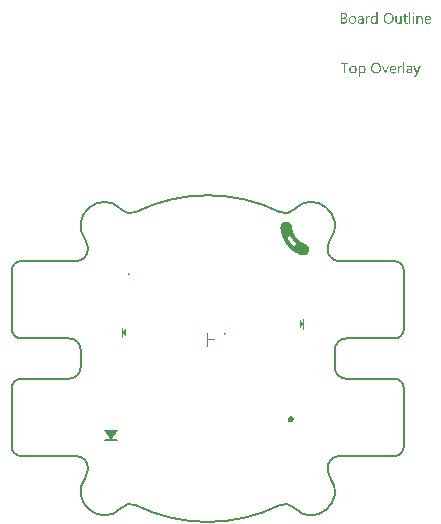
<source format=gto>
G04*
G04 #@! TF.GenerationSoftware,Altium Limited,Altium Designer,21.8.1 (53)*
G04*
G04 Layer_Color=65535*
%FSAX25Y25*%
%MOIN*%
G70*
G04*
G04 #@! TF.SameCoordinates,7A0B2967-6A00-4F57-884A-72BECA2B0823*
G04*
G04*
G04 #@! TF.FilePolarity,Positive*
G04*
G01*
G75*
%ADD10C,0.00591*%
%ADD11C,0.01968*%
%ADD12C,0.00787*%
%ADD13C,0.00394*%
G36*
X0068599Y0167500D02*
X0068624D01*
X0068679Y0167475D01*
X0068710Y0167456D01*
X0068741Y0167432D01*
X0068747Y0167426D01*
X0068754Y0167419D01*
X0068785Y0167382D01*
X0068809Y0167320D01*
X0068815Y0167283D01*
X0068822Y0167246D01*
Y0167240D01*
Y0167227D01*
X0068815Y0167209D01*
X0068809Y0167184D01*
X0068791Y0167122D01*
X0068766Y0167091D01*
X0068741Y0167060D01*
X0068735D01*
X0068729Y0167048D01*
X0068692Y0167023D01*
X0068636Y0166998D01*
X0068599Y0166992D01*
X0068562Y0166986D01*
X0068543D01*
X0068525Y0166992D01*
X0068500D01*
X0068438Y0167017D01*
X0068407Y0167029D01*
X0068376Y0167054D01*
Y0167060D01*
X0068364Y0167066D01*
X0068351Y0167085D01*
X0068339Y0167104D01*
X0068314Y0167166D01*
X0068308Y0167203D01*
X0068302Y0167246D01*
Y0167252D01*
Y0167264D01*
X0068308Y0167283D01*
X0068314Y0167314D01*
X0068333Y0167370D01*
X0068351Y0167401D01*
X0068376Y0167432D01*
X0068382Y0167438D01*
X0068388Y0167444D01*
X0068426Y0167469D01*
X0068487Y0167493D01*
X0068525Y0167506D01*
X0068580D01*
X0068599Y0167500D01*
D02*
G37*
G36*
X0056609Y0163835D02*
X0056207D01*
Y0164256D01*
X0056194D01*
Y0164250D01*
X0056182Y0164238D01*
X0056163Y0164213D01*
X0056145Y0164182D01*
X0056114Y0164145D01*
X0056077Y0164108D01*
X0056033Y0164064D01*
X0055984Y0164021D01*
X0055928Y0163971D01*
X0055860Y0163928D01*
X0055792Y0163891D01*
X0055711Y0163854D01*
X0055631Y0163823D01*
X0055538Y0163798D01*
X0055439Y0163786D01*
X0055334Y0163779D01*
X0055290D01*
X0055253Y0163786D01*
X0055216Y0163792D01*
X0055167Y0163798D01*
X0055061Y0163823D01*
X0054937Y0163860D01*
X0054814Y0163922D01*
X0054746Y0163959D01*
X0054690Y0164002D01*
X0054628Y0164058D01*
X0054572Y0164114D01*
Y0164120D01*
X0054560Y0164132D01*
X0054548Y0164151D01*
X0054529Y0164176D01*
X0054510Y0164207D01*
X0054486Y0164250D01*
X0054461Y0164299D01*
X0054436Y0164355D01*
X0054405Y0164417D01*
X0054380Y0164485D01*
X0054356Y0164559D01*
X0054337Y0164640D01*
X0054318Y0164727D01*
X0054306Y0164826D01*
X0054300Y0164925D01*
X0054294Y0165030D01*
Y0165036D01*
Y0165055D01*
Y0165092D01*
X0054300Y0165135D01*
X0054306Y0165185D01*
X0054312Y0165247D01*
X0054318Y0165315D01*
X0054331Y0165389D01*
X0054368Y0165550D01*
X0054424Y0165717D01*
X0054461Y0165797D01*
X0054504Y0165878D01*
X0054548Y0165952D01*
X0054603Y0166026D01*
X0054610Y0166033D01*
X0054616Y0166045D01*
X0054634Y0166064D01*
X0054659Y0166088D01*
X0054690Y0166113D01*
X0054733Y0166144D01*
X0054777Y0166181D01*
X0054826Y0166218D01*
X0054950Y0166287D01*
X0055092Y0166348D01*
X0055173Y0166367D01*
X0055259Y0166385D01*
X0055346Y0166398D01*
X0055445Y0166404D01*
X0055495D01*
X0055532Y0166398D01*
X0055569Y0166392D01*
X0055618Y0166385D01*
X0055730Y0166355D01*
X0055854Y0166305D01*
X0055915Y0166274D01*
X0055977Y0166231D01*
X0056039Y0166187D01*
X0056095Y0166132D01*
X0056145Y0166070D01*
X0056194Y0165996D01*
X0056207D01*
Y0167555D01*
X0056609D01*
Y0163835D01*
D02*
G37*
G36*
X0070877Y0166398D02*
X0070951Y0166392D01*
X0071044Y0166373D01*
X0071143Y0166342D01*
X0071248Y0166293D01*
X0071353Y0166225D01*
X0071397Y0166187D01*
X0071440Y0166138D01*
X0071452Y0166126D01*
X0071477Y0166088D01*
X0071508Y0166026D01*
X0071552Y0165940D01*
X0071589Y0165835D01*
X0071626Y0165705D01*
X0071650Y0165550D01*
X0071657Y0165370D01*
Y0163835D01*
X0071254D01*
Y0165265D01*
Y0165271D01*
Y0165302D01*
X0071248Y0165339D01*
Y0165389D01*
X0071236Y0165451D01*
X0071223Y0165519D01*
X0071205Y0165593D01*
X0071180Y0165667D01*
X0071149Y0165742D01*
X0071112Y0165810D01*
X0071062Y0165878D01*
X0071007Y0165940D01*
X0070945Y0165989D01*
X0070864Y0166026D01*
X0070778Y0166058D01*
X0070673Y0166064D01*
X0070660D01*
X0070623Y0166058D01*
X0070567Y0166051D01*
X0070499Y0166033D01*
X0070419Y0166008D01*
X0070332Y0165965D01*
X0070252Y0165909D01*
X0070171Y0165835D01*
X0070165Y0165822D01*
X0070140Y0165797D01*
X0070109Y0165748D01*
X0070072Y0165680D01*
X0070035Y0165599D01*
X0070004Y0165500D01*
X0069979Y0165389D01*
X0069973Y0165265D01*
Y0163835D01*
X0069571D01*
Y0166348D01*
X0069973D01*
Y0165928D01*
X0069985D01*
X0069992Y0165934D01*
X0069998Y0165946D01*
X0070016Y0165971D01*
X0070041Y0166002D01*
X0070066Y0166039D01*
X0070103Y0166076D01*
X0070146Y0166119D01*
X0070196Y0166169D01*
X0070252Y0166212D01*
X0070314Y0166255D01*
X0070382Y0166293D01*
X0070456Y0166330D01*
X0070530Y0166361D01*
X0070617Y0166385D01*
X0070710Y0166398D01*
X0070809Y0166404D01*
X0070846D01*
X0070877Y0166398D01*
D02*
G37*
G36*
X0053879Y0166385D02*
X0053953Y0166379D01*
X0053997Y0166367D01*
X0054028Y0166355D01*
Y0165940D01*
X0054021Y0165946D01*
X0054009Y0165952D01*
X0053984Y0165965D01*
X0053953Y0165983D01*
X0053910Y0165996D01*
X0053854Y0166008D01*
X0053792Y0166014D01*
X0053724Y0166020D01*
X0053712D01*
X0053681Y0166014D01*
X0053631Y0166008D01*
X0053576Y0165989D01*
X0053501Y0165958D01*
X0053433Y0165915D01*
X0053359Y0165853D01*
X0053291Y0165773D01*
X0053285Y0165760D01*
X0053266Y0165729D01*
X0053235Y0165674D01*
X0053204Y0165599D01*
X0053173Y0165506D01*
X0053142Y0165389D01*
X0053124Y0165259D01*
X0053118Y0165110D01*
Y0163835D01*
X0052715D01*
Y0166348D01*
X0053118D01*
Y0165828D01*
X0053130D01*
Y0165835D01*
X0053136Y0165841D01*
X0053149Y0165872D01*
X0053167Y0165921D01*
X0053198Y0165983D01*
X0053229Y0166045D01*
X0053279Y0166113D01*
X0053328Y0166181D01*
X0053390Y0166243D01*
X0053396Y0166249D01*
X0053421Y0166268D01*
X0053458Y0166293D01*
X0053508Y0166317D01*
X0053563Y0166342D01*
X0053631Y0166367D01*
X0053706Y0166385D01*
X0053786Y0166392D01*
X0053842D01*
X0053879Y0166385D01*
D02*
G37*
G36*
X0064619Y0163835D02*
X0064216D01*
Y0164231D01*
X0064204D01*
Y0164225D01*
X0064192Y0164213D01*
X0064179Y0164188D01*
X0064154Y0164163D01*
X0064099Y0164089D01*
X0064012Y0164009D01*
X0063963Y0163965D01*
X0063907Y0163922D01*
X0063845Y0163885D01*
X0063771Y0163848D01*
X0063696Y0163823D01*
X0063616Y0163798D01*
X0063523Y0163786D01*
X0063430Y0163779D01*
X0063393D01*
X0063350Y0163786D01*
X0063288Y0163798D01*
X0063220Y0163811D01*
X0063146Y0163835D01*
X0063065Y0163866D01*
X0062985Y0163916D01*
X0062898Y0163971D01*
X0062817Y0164040D01*
X0062743Y0164126D01*
X0062675Y0164231D01*
X0062613Y0164349D01*
X0062570Y0164491D01*
X0062545Y0164658D01*
X0062533Y0164745D01*
Y0164844D01*
Y0166348D01*
X0062929D01*
Y0164906D01*
Y0164900D01*
Y0164875D01*
X0062935Y0164832D01*
X0062941Y0164782D01*
X0062947Y0164720D01*
X0062960Y0164658D01*
X0062978Y0164584D01*
X0063003Y0164510D01*
X0063040Y0164436D01*
X0063077Y0164368D01*
X0063127Y0164299D01*
X0063189Y0164238D01*
X0063257Y0164188D01*
X0063337Y0164151D01*
X0063436Y0164120D01*
X0063542Y0164114D01*
X0063554D01*
X0063591Y0164120D01*
X0063647Y0164126D01*
X0063709Y0164139D01*
X0063789Y0164170D01*
X0063870Y0164207D01*
X0063950Y0164256D01*
X0064024Y0164330D01*
X0064031Y0164343D01*
X0064055Y0164368D01*
X0064086Y0164417D01*
X0064123Y0164485D01*
X0064154Y0164566D01*
X0064185Y0164665D01*
X0064210Y0164776D01*
X0064216Y0164900D01*
Y0166348D01*
X0064619D01*
Y0163835D01*
D02*
G37*
G36*
X0068754D02*
X0068351D01*
Y0166348D01*
X0068754D01*
Y0163835D01*
D02*
G37*
G36*
X0067534D02*
X0067132D01*
Y0167555D01*
X0067534D01*
Y0163835D01*
D02*
G37*
G36*
X0051155Y0166398D02*
X0051211Y0166392D01*
X0051279Y0166373D01*
X0051354Y0166355D01*
X0051434Y0166324D01*
X0051521Y0166287D01*
X0051601Y0166237D01*
X0051682Y0166175D01*
X0051756Y0166101D01*
X0051824Y0166008D01*
X0051880Y0165903D01*
X0051923Y0165779D01*
X0051948Y0165637D01*
X0051960Y0165469D01*
Y0163835D01*
X0051558D01*
Y0164225D01*
X0051545D01*
Y0164219D01*
X0051533Y0164207D01*
X0051521Y0164182D01*
X0051496Y0164157D01*
X0051434Y0164083D01*
X0051354Y0164002D01*
X0051242Y0163922D01*
X0051112Y0163848D01*
X0051032Y0163823D01*
X0050951Y0163798D01*
X0050864Y0163786D01*
X0050772Y0163779D01*
X0050735D01*
X0050710Y0163786D01*
X0050642Y0163792D01*
X0050561Y0163804D01*
X0050462Y0163829D01*
X0050369Y0163860D01*
X0050270Y0163909D01*
X0050184Y0163971D01*
X0050177Y0163984D01*
X0050153Y0164009D01*
X0050116Y0164052D01*
X0050078Y0164114D01*
X0050041Y0164188D01*
X0050004Y0164275D01*
X0049979Y0164380D01*
X0049973Y0164498D01*
Y0164504D01*
Y0164529D01*
X0049979Y0164566D01*
X0049986Y0164609D01*
X0049998Y0164665D01*
X0050016Y0164727D01*
X0050041Y0164795D01*
X0050078Y0164863D01*
X0050122Y0164937D01*
X0050177Y0165011D01*
X0050245Y0165079D01*
X0050326Y0165141D01*
X0050419Y0165203D01*
X0050530Y0165253D01*
X0050654Y0165290D01*
X0050803Y0165321D01*
X0051558Y0165426D01*
Y0165432D01*
Y0165451D01*
X0051552Y0165488D01*
Y0165525D01*
X0051539Y0165575D01*
X0051533Y0165630D01*
X0051496Y0165748D01*
X0051465Y0165804D01*
X0051434Y0165859D01*
X0051391Y0165915D01*
X0051341Y0165965D01*
X0051279Y0166008D01*
X0051211Y0166039D01*
X0051131Y0166058D01*
X0051038Y0166064D01*
X0050994D01*
X0050963Y0166058D01*
X0050920D01*
X0050877Y0166045D01*
X0050766Y0166026D01*
X0050642Y0165989D01*
X0050506Y0165934D01*
X0050431Y0165896D01*
X0050363Y0165859D01*
X0050289Y0165810D01*
X0050221Y0165754D01*
Y0166169D01*
X0050227D01*
X0050239Y0166181D01*
X0050258Y0166194D01*
X0050289Y0166206D01*
X0050320Y0166225D01*
X0050363Y0166243D01*
X0050413Y0166262D01*
X0050468Y0166287D01*
X0050592Y0166330D01*
X0050741Y0166367D01*
X0050902Y0166392D01*
X0051075Y0166404D01*
X0051112D01*
X0051155Y0166398D01*
D02*
G37*
G36*
X0045467Y0167345D02*
X0045510D01*
X0045553Y0167339D01*
X0045652Y0167326D01*
X0045770Y0167296D01*
X0045894Y0167258D01*
X0046011Y0167203D01*
X0046117Y0167128D01*
X0046123D01*
X0046129Y0167116D01*
X0046160Y0167091D01*
X0046203Y0167042D01*
X0046253Y0166974D01*
X0046296Y0166887D01*
X0046340Y0166788D01*
X0046371Y0166676D01*
X0046383Y0166615D01*
Y0166546D01*
Y0166540D01*
Y0166534D01*
Y0166497D01*
X0046377Y0166441D01*
X0046364Y0166373D01*
X0046346Y0166287D01*
X0046315Y0166200D01*
X0046278Y0166113D01*
X0046222Y0166026D01*
X0046216Y0166014D01*
X0046191Y0165989D01*
X0046154Y0165952D01*
X0046104Y0165903D01*
X0046042Y0165853D01*
X0045968Y0165797D01*
X0045875Y0165754D01*
X0045776Y0165711D01*
Y0165705D01*
X0045795D01*
X0045814Y0165698D01*
X0045832Y0165692D01*
X0045900Y0165680D01*
X0045981Y0165655D01*
X0046067Y0165618D01*
X0046160Y0165575D01*
X0046253Y0165513D01*
X0046340Y0165432D01*
X0046352Y0165420D01*
X0046377Y0165389D01*
X0046408Y0165346D01*
X0046451Y0165278D01*
X0046488Y0165191D01*
X0046525Y0165092D01*
X0046550Y0164974D01*
X0046556Y0164844D01*
Y0164838D01*
Y0164826D01*
Y0164801D01*
X0046550Y0164770D01*
X0046544Y0164733D01*
X0046538Y0164690D01*
X0046513Y0164584D01*
X0046476Y0164467D01*
X0046420Y0164343D01*
X0046383Y0164287D01*
X0046340Y0164225D01*
X0046284Y0164170D01*
X0046228Y0164114D01*
X0046222D01*
X0046216Y0164101D01*
X0046197Y0164089D01*
X0046172Y0164070D01*
X0046141Y0164052D01*
X0046098Y0164027D01*
X0046005Y0163978D01*
X0045888Y0163922D01*
X0045752Y0163879D01*
X0045591Y0163848D01*
X0045510Y0163841D01*
X0045417Y0163835D01*
X0044390D01*
Y0167351D01*
X0045436D01*
X0045467Y0167345D01*
D02*
G37*
G36*
X0065962Y0166348D02*
X0066600D01*
Y0166002D01*
X0065962D01*
Y0164584D01*
Y0164572D01*
Y0164541D01*
X0065968Y0164498D01*
X0065974Y0164442D01*
X0065999Y0164324D01*
X0066018Y0164269D01*
X0066049Y0164225D01*
X0066055Y0164219D01*
X0066067Y0164207D01*
X0066086Y0164194D01*
X0066117Y0164176D01*
X0066154Y0164151D01*
X0066203Y0164139D01*
X0066265Y0164126D01*
X0066333Y0164120D01*
X0066358D01*
X0066389Y0164126D01*
X0066426Y0164132D01*
X0066513Y0164157D01*
X0066556Y0164176D01*
X0066600Y0164200D01*
Y0163854D01*
X0066593D01*
X0066575Y0163841D01*
X0066544Y0163835D01*
X0066500Y0163823D01*
X0066445Y0163811D01*
X0066383Y0163798D01*
X0066309Y0163792D01*
X0066222Y0163786D01*
X0066191D01*
X0066160Y0163792D01*
X0066117Y0163798D01*
X0066067Y0163811D01*
X0066011Y0163823D01*
X0065956Y0163848D01*
X0065894Y0163879D01*
X0065832Y0163916D01*
X0065770Y0163965D01*
X0065714Y0164021D01*
X0065665Y0164095D01*
X0065622Y0164176D01*
X0065591Y0164275D01*
X0065566Y0164386D01*
X0065560Y0164516D01*
Y0166002D01*
X0065132D01*
Y0166348D01*
X0065560D01*
Y0166961D01*
X0065962Y0167091D01*
Y0166348D01*
D02*
G37*
G36*
X0073489Y0166398D02*
X0073532Y0166392D01*
X0073576Y0166385D01*
X0073687Y0166367D01*
X0073811Y0166324D01*
X0073935Y0166268D01*
X0073997Y0166231D01*
X0074058Y0166187D01*
X0074114Y0166138D01*
X0074170Y0166082D01*
X0074176Y0166076D01*
X0074182Y0166070D01*
X0074195Y0166051D01*
X0074213Y0166026D01*
X0074232Y0165989D01*
X0074256Y0165952D01*
X0074281Y0165909D01*
X0074306Y0165853D01*
X0074331Y0165791D01*
X0074356Y0165729D01*
X0074380Y0165655D01*
X0074399Y0165575D01*
X0074417Y0165488D01*
X0074430Y0165401D01*
X0074442Y0165302D01*
Y0165197D01*
Y0164987D01*
X0072666D01*
Y0164980D01*
Y0164968D01*
Y0164950D01*
X0072672Y0164918D01*
X0072678Y0164881D01*
Y0164844D01*
X0072697Y0164745D01*
X0072728Y0164646D01*
X0072765Y0164535D01*
X0072820Y0164429D01*
X0072888Y0164337D01*
X0072901Y0164324D01*
X0072926Y0164299D01*
X0072975Y0164269D01*
X0073043Y0164225D01*
X0073130Y0164182D01*
X0073229Y0164151D01*
X0073347Y0164126D01*
X0073483Y0164114D01*
X0073526D01*
X0073557Y0164120D01*
X0073594D01*
X0073637Y0164126D01*
X0073743Y0164151D01*
X0073860Y0164182D01*
X0073990Y0164231D01*
X0074126Y0164299D01*
X0074195Y0164343D01*
X0074263Y0164392D01*
Y0164015D01*
X0074256D01*
X0074250Y0164002D01*
X0074232Y0163996D01*
X0074201Y0163978D01*
X0074170Y0163959D01*
X0074133Y0163941D01*
X0074083Y0163922D01*
X0074034Y0163897D01*
X0073972Y0163872D01*
X0073904Y0163854D01*
X0073755Y0163817D01*
X0073582Y0163792D01*
X0073390Y0163779D01*
X0073340D01*
X0073303Y0163786D01*
X0073260Y0163792D01*
X0073204Y0163798D01*
X0073087Y0163823D01*
X0072950Y0163860D01*
X0072814Y0163922D01*
X0072746Y0163965D01*
X0072678Y0164009D01*
X0072616Y0164058D01*
X0072554Y0164120D01*
X0072548Y0164126D01*
X0072542Y0164139D01*
X0072530Y0164157D01*
X0072505Y0164182D01*
X0072486Y0164219D01*
X0072461Y0164262D01*
X0072430Y0164312D01*
X0072406Y0164368D01*
X0072375Y0164429D01*
X0072350Y0164504D01*
X0072319Y0164584D01*
X0072300Y0164671D01*
X0072282Y0164764D01*
X0072263Y0164863D01*
X0072257Y0164968D01*
X0072251Y0165079D01*
Y0165086D01*
Y0165104D01*
Y0165135D01*
X0072257Y0165179D01*
X0072263Y0165228D01*
X0072269Y0165284D01*
X0072276Y0165352D01*
X0072294Y0165420D01*
X0072331Y0165568D01*
X0072387Y0165729D01*
X0072424Y0165810D01*
X0072474Y0165884D01*
X0072523Y0165965D01*
X0072579Y0166033D01*
X0072585Y0166039D01*
X0072598Y0166051D01*
X0072616Y0166070D01*
X0072641Y0166088D01*
X0072672Y0166119D01*
X0072709Y0166150D01*
X0072759Y0166181D01*
X0072808Y0166218D01*
X0072926Y0166287D01*
X0073068Y0166348D01*
X0073149Y0166367D01*
X0073229Y0166385D01*
X0073316Y0166398D01*
X0073409Y0166404D01*
X0073458D01*
X0073489Y0166398D01*
D02*
G37*
G36*
X0060447Y0167407D02*
X0060509Y0167401D01*
X0060583Y0167388D01*
X0060663Y0167370D01*
X0060750Y0167351D01*
X0060837Y0167326D01*
X0060936Y0167296D01*
X0061028Y0167252D01*
X0061128Y0167203D01*
X0061227Y0167147D01*
X0061319Y0167079D01*
X0061412Y0167005D01*
X0061499Y0166918D01*
X0061505Y0166912D01*
X0061518Y0166893D01*
X0061542Y0166868D01*
X0061567Y0166831D01*
X0061604Y0166782D01*
X0061641Y0166720D01*
X0061678Y0166652D01*
X0061722Y0166577D01*
X0061765Y0166485D01*
X0061802Y0166392D01*
X0061839Y0166287D01*
X0061876Y0166169D01*
X0061901Y0166051D01*
X0061926Y0165921D01*
X0061938Y0165779D01*
X0061945Y0165637D01*
Y0165624D01*
Y0165599D01*
Y0165556D01*
X0061938Y0165494D01*
X0061932Y0165420D01*
X0061920Y0165339D01*
X0061908Y0165247D01*
X0061889Y0165141D01*
X0061864Y0165036D01*
X0061833Y0164925D01*
X0061796Y0164813D01*
X0061753Y0164702D01*
X0061697Y0164584D01*
X0061635Y0164479D01*
X0061567Y0164374D01*
X0061487Y0164275D01*
X0061480Y0164269D01*
X0061468Y0164256D01*
X0061437Y0164231D01*
X0061406Y0164200D01*
X0061357Y0164157D01*
X0061301Y0164120D01*
X0061239Y0164070D01*
X0061165Y0164027D01*
X0061084Y0163984D01*
X0060991Y0163934D01*
X0060892Y0163897D01*
X0060781Y0163860D01*
X0060663Y0163823D01*
X0060540Y0163798D01*
X0060409Y0163786D01*
X0060267Y0163779D01*
X0060236D01*
X0060193Y0163786D01*
X0060143D01*
X0060081Y0163792D01*
X0060007Y0163804D01*
X0059927Y0163823D01*
X0059834Y0163841D01*
X0059741Y0163866D01*
X0059642Y0163897D01*
X0059543Y0163941D01*
X0059444Y0163984D01*
X0059345Y0164040D01*
X0059246Y0164108D01*
X0059153Y0164182D01*
X0059066Y0164269D01*
X0059060Y0164275D01*
X0059048Y0164293D01*
X0059023Y0164318D01*
X0058998Y0164355D01*
X0058961Y0164405D01*
X0058924Y0164467D01*
X0058887Y0164535D01*
X0058843Y0164615D01*
X0058800Y0164702D01*
X0058763Y0164795D01*
X0058726Y0164900D01*
X0058689Y0165017D01*
X0058664Y0165135D01*
X0058639Y0165265D01*
X0058627Y0165408D01*
X0058621Y0165550D01*
Y0165562D01*
Y0165587D01*
X0058627Y0165630D01*
Y0165692D01*
X0058633Y0165760D01*
X0058645Y0165847D01*
X0058658Y0165940D01*
X0058676Y0166039D01*
X0058701Y0166144D01*
X0058732Y0166255D01*
X0058769Y0166367D01*
X0058812Y0166478D01*
X0058868Y0166590D01*
X0058930Y0166701D01*
X0058998Y0166806D01*
X0059079Y0166905D01*
X0059085Y0166912D01*
X0059097Y0166930D01*
X0059128Y0166955D01*
X0059165Y0166986D01*
X0059209Y0167023D01*
X0059264Y0167066D01*
X0059332Y0167110D01*
X0059407Y0167159D01*
X0059493Y0167209D01*
X0059586Y0167252D01*
X0059685Y0167296D01*
X0059797Y0167333D01*
X0059921Y0167364D01*
X0060050Y0167394D01*
X0060187Y0167407D01*
X0060329Y0167413D01*
X0060397D01*
X0060447Y0167407D01*
D02*
G37*
G36*
X0048419Y0166398D02*
X0048463Y0166392D01*
X0048518Y0166385D01*
X0048642Y0166361D01*
X0048785Y0166317D01*
X0048927Y0166255D01*
X0049001Y0166218D01*
X0049069Y0166175D01*
X0049137Y0166119D01*
X0049199Y0166058D01*
X0049206Y0166051D01*
X0049212Y0166039D01*
X0049230Y0166020D01*
X0049249Y0165996D01*
X0049274Y0165958D01*
X0049298Y0165915D01*
X0049329Y0165866D01*
X0049360Y0165810D01*
X0049385Y0165742D01*
X0049416Y0165674D01*
X0049441Y0165593D01*
X0049466Y0165506D01*
X0049484Y0165414D01*
X0049503Y0165315D01*
X0049509Y0165209D01*
X0049515Y0165098D01*
Y0165092D01*
Y0165073D01*
Y0165042D01*
X0049509Y0164999D01*
X0049503Y0164950D01*
X0049496Y0164888D01*
X0049484Y0164826D01*
X0049472Y0164751D01*
X0049435Y0164603D01*
X0049373Y0164442D01*
X0049336Y0164361D01*
X0049286Y0164281D01*
X0049237Y0164207D01*
X0049175Y0164139D01*
X0049168Y0164132D01*
X0049156Y0164126D01*
X0049137Y0164108D01*
X0049113Y0164083D01*
X0049076Y0164058D01*
X0049038Y0164027D01*
X0048989Y0163990D01*
X0048933Y0163959D01*
X0048871Y0163928D01*
X0048803Y0163891D01*
X0048729Y0163860D01*
X0048649Y0163835D01*
X0048562Y0163811D01*
X0048469Y0163798D01*
X0048370Y0163786D01*
X0048265Y0163779D01*
X0048209D01*
X0048172Y0163786D01*
X0048129Y0163792D01*
X0048073Y0163798D01*
X0048011Y0163811D01*
X0047943Y0163823D01*
X0047800Y0163866D01*
X0047652Y0163928D01*
X0047578Y0163965D01*
X0047510Y0164015D01*
X0047441Y0164064D01*
X0047373Y0164126D01*
X0047367Y0164132D01*
X0047361Y0164145D01*
X0047342Y0164163D01*
X0047324Y0164188D01*
X0047299Y0164225D01*
X0047268Y0164269D01*
X0047237Y0164318D01*
X0047212Y0164374D01*
X0047181Y0164442D01*
X0047150Y0164510D01*
X0047120Y0164584D01*
X0047095Y0164671D01*
X0047058Y0164857D01*
X0047052Y0164956D01*
X0047045Y0165061D01*
Y0165067D01*
Y0165092D01*
Y0165123D01*
X0047052Y0165166D01*
X0047058Y0165216D01*
X0047064Y0165278D01*
X0047076Y0165346D01*
X0047089Y0165420D01*
X0047126Y0165581D01*
X0047188Y0165742D01*
X0047231Y0165822D01*
X0047274Y0165903D01*
X0047324Y0165977D01*
X0047386Y0166045D01*
X0047392Y0166051D01*
X0047404Y0166064D01*
X0047423Y0166076D01*
X0047448Y0166101D01*
X0047485Y0166126D01*
X0047528Y0166156D01*
X0047578Y0166194D01*
X0047633Y0166225D01*
X0047695Y0166255D01*
X0047769Y0166293D01*
X0047844Y0166324D01*
X0047930Y0166348D01*
X0048017Y0166373D01*
X0048116Y0166392D01*
X0048221Y0166398D01*
X0048327Y0166404D01*
X0048382D01*
X0048419Y0166398D01*
D02*
G37*
G36*
X0051632Y0149808D02*
X0051675Y0149802D01*
X0051719Y0149796D01*
X0051830Y0149771D01*
X0051954Y0149734D01*
X0052078Y0149672D01*
X0052140Y0149635D01*
X0052201Y0149585D01*
X0052257Y0149536D01*
X0052313Y0149474D01*
X0052319Y0149468D01*
X0052325Y0149461D01*
X0052338Y0149437D01*
X0052356Y0149412D01*
X0052375Y0149381D01*
X0052400Y0149337D01*
X0052424Y0149288D01*
X0052449Y0149239D01*
X0052474Y0149177D01*
X0052499Y0149109D01*
X0052523Y0149034D01*
X0052542Y0148954D01*
X0052573Y0148774D01*
X0052585Y0148675D01*
Y0148570D01*
Y0148564D01*
Y0148545D01*
Y0148508D01*
X0052579Y0148465D01*
Y0148415D01*
X0052567Y0148353D01*
X0052561Y0148285D01*
X0052548Y0148211D01*
X0052511Y0148050D01*
X0052455Y0147883D01*
X0052418Y0147802D01*
X0052381Y0147722D01*
X0052332Y0147642D01*
X0052276Y0147567D01*
X0052270Y0147561D01*
X0052263Y0147549D01*
X0052245Y0147530D01*
X0052220Y0147511D01*
X0052189Y0147480D01*
X0052152Y0147450D01*
X0052109Y0147412D01*
X0052059Y0147381D01*
X0052004Y0147344D01*
X0051942Y0147307D01*
X0051793Y0147251D01*
X0051713Y0147227D01*
X0051632Y0147208D01*
X0051539Y0147196D01*
X0051440Y0147190D01*
X0051391D01*
X0051360Y0147196D01*
X0051316Y0147202D01*
X0051273Y0147214D01*
X0051162Y0147239D01*
X0051044Y0147289D01*
X0050976Y0147326D01*
X0050914Y0147363D01*
X0050852Y0147412D01*
X0050796Y0147468D01*
X0050735Y0147530D01*
X0050685Y0147604D01*
X0050673D01*
Y0146094D01*
X0050270D01*
Y0149758D01*
X0050673D01*
Y0149313D01*
X0050685D01*
X0050691Y0149319D01*
X0050697Y0149337D01*
X0050716Y0149362D01*
X0050741Y0149393D01*
X0050772Y0149430D01*
X0050809Y0149474D01*
X0050852Y0149517D01*
X0050908Y0149566D01*
X0050963Y0149610D01*
X0051025Y0149653D01*
X0051100Y0149697D01*
X0051174Y0149734D01*
X0051261Y0149771D01*
X0051354Y0149796D01*
X0051446Y0149808D01*
X0051552Y0149814D01*
X0051601D01*
X0051632Y0149808D01*
D02*
G37*
G36*
X0064588Y0149796D02*
X0064662Y0149789D01*
X0064705Y0149777D01*
X0064736Y0149765D01*
Y0149350D01*
X0064730Y0149356D01*
X0064718Y0149362D01*
X0064693Y0149375D01*
X0064662Y0149393D01*
X0064619Y0149406D01*
X0064563Y0149418D01*
X0064501Y0149424D01*
X0064433Y0149430D01*
X0064421D01*
X0064390Y0149424D01*
X0064340Y0149418D01*
X0064284Y0149399D01*
X0064210Y0149369D01*
X0064142Y0149325D01*
X0064068Y0149263D01*
X0064000Y0149183D01*
X0063994Y0149170D01*
X0063975Y0149139D01*
X0063944Y0149084D01*
X0063913Y0149009D01*
X0063882Y0148917D01*
X0063851Y0148799D01*
X0063833Y0148669D01*
X0063826Y0148520D01*
Y0147245D01*
X0063424D01*
Y0149758D01*
X0063826D01*
Y0149239D01*
X0063839D01*
Y0149245D01*
X0063845Y0149251D01*
X0063857Y0149282D01*
X0063876Y0149331D01*
X0063907Y0149393D01*
X0063938Y0149455D01*
X0063987Y0149523D01*
X0064037Y0149591D01*
X0064099Y0149653D01*
X0064105Y0149659D01*
X0064130Y0149678D01*
X0064167Y0149703D01*
X0064216Y0149727D01*
X0064272Y0149752D01*
X0064340Y0149777D01*
X0064414Y0149796D01*
X0064495Y0149802D01*
X0064551D01*
X0064588Y0149796D01*
D02*
G37*
G36*
X0069793Y0146843D02*
X0069787Y0146837D01*
X0069781Y0146812D01*
X0069763Y0146769D01*
X0069738Y0146719D01*
X0069707Y0146663D01*
X0069664Y0146595D01*
X0069620Y0146527D01*
X0069571Y0146453D01*
X0069509Y0146379D01*
X0069447Y0146311D01*
X0069373Y0146242D01*
X0069292Y0146187D01*
X0069212Y0146137D01*
X0069119Y0146094D01*
X0069026Y0146069D01*
X0068921Y0146063D01*
X0068865D01*
X0068828Y0146069D01*
X0068747Y0146082D01*
X0068661Y0146100D01*
Y0146459D01*
X0068667D01*
X0068686Y0146453D01*
X0068710Y0146447D01*
X0068741Y0146441D01*
X0068815Y0146422D01*
X0068896Y0146416D01*
X0068908D01*
X0068945Y0146422D01*
X0069001Y0146434D01*
X0069069Y0146459D01*
X0069144Y0146502D01*
X0069181Y0146533D01*
X0069218Y0146571D01*
X0069255Y0146608D01*
X0069292Y0146657D01*
X0069323Y0146713D01*
X0069354Y0146775D01*
X0069558Y0147245D01*
X0068574Y0149758D01*
X0069020D01*
X0069701Y0147821D01*
Y0147815D01*
X0069707Y0147802D01*
X0069713Y0147784D01*
X0069719Y0147759D01*
X0069725Y0147722D01*
X0069738Y0147685D01*
X0069750Y0147629D01*
X0069769D01*
Y0147642D01*
X0069781Y0147679D01*
X0069793Y0147734D01*
X0069818Y0147815D01*
X0070530Y0149758D01*
X0070945D01*
X0069793Y0146843D01*
D02*
G37*
G36*
X0059363Y0147245D02*
X0058967D01*
X0058014Y0149758D01*
X0058453D01*
X0059097Y0147932D01*
X0059103Y0147926D01*
X0059110Y0147901D01*
X0059122Y0147858D01*
X0059134Y0147815D01*
X0059147Y0147759D01*
X0059165Y0147697D01*
X0059184Y0147580D01*
X0059190D01*
Y0147586D01*
X0059196Y0147610D01*
X0059202Y0147648D01*
X0059209Y0147691D01*
X0059221Y0147747D01*
X0059233Y0147802D01*
X0059271Y0147920D01*
X0059939Y0149758D01*
X0060360D01*
X0059363Y0147245D01*
D02*
G37*
G36*
X0067386Y0149808D02*
X0067441Y0149802D01*
X0067509Y0149783D01*
X0067584Y0149765D01*
X0067664Y0149734D01*
X0067751Y0149697D01*
X0067831Y0149647D01*
X0067912Y0149585D01*
X0067986Y0149511D01*
X0068054Y0149418D01*
X0068110Y0149313D01*
X0068153Y0149189D01*
X0068178Y0149047D01*
X0068190Y0148879D01*
Y0147245D01*
X0067788D01*
Y0147635D01*
X0067776D01*
Y0147629D01*
X0067763Y0147617D01*
X0067751Y0147592D01*
X0067726Y0147567D01*
X0067664Y0147493D01*
X0067584Y0147412D01*
X0067472Y0147332D01*
X0067342Y0147258D01*
X0067262Y0147233D01*
X0067181Y0147208D01*
X0067095Y0147196D01*
X0067002Y0147190D01*
X0066965D01*
X0066940Y0147196D01*
X0066872Y0147202D01*
X0066791Y0147214D01*
X0066692Y0147239D01*
X0066600Y0147270D01*
X0066500Y0147320D01*
X0066414Y0147381D01*
X0066408Y0147394D01*
X0066383Y0147419D01*
X0066346Y0147462D01*
X0066309Y0147524D01*
X0066271Y0147598D01*
X0066234Y0147685D01*
X0066210Y0147790D01*
X0066203Y0147908D01*
Y0147914D01*
Y0147939D01*
X0066210Y0147976D01*
X0066216Y0148019D01*
X0066228Y0148075D01*
X0066247Y0148137D01*
X0066271Y0148205D01*
X0066309Y0148273D01*
X0066352Y0148347D01*
X0066408Y0148421D01*
X0066476Y0148489D01*
X0066556Y0148551D01*
X0066649Y0148613D01*
X0066760Y0148663D01*
X0066884Y0148700D01*
X0067033Y0148731D01*
X0067788Y0148836D01*
Y0148842D01*
Y0148861D01*
X0067782Y0148898D01*
Y0148935D01*
X0067769Y0148985D01*
X0067763Y0149040D01*
X0067726Y0149158D01*
X0067695Y0149214D01*
X0067664Y0149269D01*
X0067621Y0149325D01*
X0067571Y0149375D01*
X0067509Y0149418D01*
X0067441Y0149449D01*
X0067361Y0149468D01*
X0067268Y0149474D01*
X0067225D01*
X0067194Y0149468D01*
X0067150D01*
X0067107Y0149455D01*
X0066996Y0149437D01*
X0066872Y0149399D01*
X0066736Y0149344D01*
X0066661Y0149307D01*
X0066593Y0149269D01*
X0066519Y0149220D01*
X0066451Y0149164D01*
Y0149579D01*
X0066457D01*
X0066470Y0149591D01*
X0066488Y0149604D01*
X0066519Y0149616D01*
X0066550Y0149635D01*
X0066593Y0149653D01*
X0066643Y0149672D01*
X0066698Y0149697D01*
X0066822Y0149740D01*
X0066971Y0149777D01*
X0067132Y0149802D01*
X0067305Y0149814D01*
X0067342D01*
X0067386Y0149808D01*
D02*
G37*
G36*
X0065572Y0147245D02*
X0065170D01*
Y0150965D01*
X0065572D01*
Y0147245D01*
D02*
G37*
G36*
X0046829Y0150390D02*
X0045814D01*
Y0147245D01*
X0045405D01*
Y0150390D01*
X0044390D01*
Y0150761D01*
X0046829D01*
Y0150390D01*
D02*
G37*
G36*
X0061864Y0149808D02*
X0061908Y0149802D01*
X0061951Y0149796D01*
X0062062Y0149777D01*
X0062186Y0149734D01*
X0062310Y0149678D01*
X0062372Y0149641D01*
X0062434Y0149598D01*
X0062489Y0149548D01*
X0062545Y0149492D01*
X0062551Y0149486D01*
X0062557Y0149480D01*
X0062570Y0149461D01*
X0062588Y0149437D01*
X0062607Y0149399D01*
X0062632Y0149362D01*
X0062656Y0149319D01*
X0062681Y0149263D01*
X0062706Y0149201D01*
X0062731Y0149139D01*
X0062756Y0149065D01*
X0062774Y0148985D01*
X0062793Y0148898D01*
X0062805Y0148811D01*
X0062817Y0148712D01*
Y0148607D01*
Y0148397D01*
X0061041D01*
Y0148390D01*
Y0148378D01*
Y0148360D01*
X0061047Y0148328D01*
X0061053Y0148291D01*
Y0148254D01*
X0061072Y0148155D01*
X0061103Y0148056D01*
X0061140Y0147945D01*
X0061196Y0147839D01*
X0061264Y0147747D01*
X0061276Y0147734D01*
X0061301Y0147710D01*
X0061350Y0147679D01*
X0061418Y0147635D01*
X0061505Y0147592D01*
X0061604Y0147561D01*
X0061722Y0147536D01*
X0061858Y0147524D01*
X0061901D01*
X0061932Y0147530D01*
X0061969D01*
X0062013Y0147536D01*
X0062118Y0147561D01*
X0062235Y0147592D01*
X0062366Y0147642D01*
X0062502Y0147710D01*
X0062570Y0147753D01*
X0062638Y0147802D01*
Y0147425D01*
X0062632D01*
X0062625Y0147412D01*
X0062607Y0147406D01*
X0062576Y0147388D01*
X0062545Y0147369D01*
X0062508Y0147351D01*
X0062458Y0147332D01*
X0062409Y0147307D01*
X0062347Y0147282D01*
X0062279Y0147264D01*
X0062130Y0147227D01*
X0061957Y0147202D01*
X0061765Y0147190D01*
X0061716D01*
X0061678Y0147196D01*
X0061635Y0147202D01*
X0061579Y0147208D01*
X0061462Y0147233D01*
X0061326Y0147270D01*
X0061189Y0147332D01*
X0061121Y0147375D01*
X0061053Y0147419D01*
X0060991Y0147468D01*
X0060929Y0147530D01*
X0060923Y0147536D01*
X0060917Y0147549D01*
X0060905Y0147567D01*
X0060880Y0147592D01*
X0060861Y0147629D01*
X0060837Y0147672D01*
X0060806Y0147722D01*
X0060781Y0147778D01*
X0060750Y0147839D01*
X0060725Y0147914D01*
X0060694Y0147994D01*
X0060676Y0148081D01*
X0060657Y0148174D01*
X0060638Y0148273D01*
X0060632Y0148378D01*
X0060626Y0148489D01*
Y0148496D01*
Y0148514D01*
Y0148545D01*
X0060632Y0148589D01*
X0060638Y0148638D01*
X0060645Y0148694D01*
X0060651Y0148762D01*
X0060669Y0148830D01*
X0060707Y0148978D01*
X0060762Y0149139D01*
X0060799Y0149220D01*
X0060849Y0149294D01*
X0060899Y0149375D01*
X0060954Y0149443D01*
X0060960Y0149449D01*
X0060973Y0149461D01*
X0060991Y0149480D01*
X0061016Y0149498D01*
X0061047Y0149529D01*
X0061084Y0149560D01*
X0061134Y0149591D01*
X0061183Y0149628D01*
X0061301Y0149697D01*
X0061443Y0149758D01*
X0061524Y0149777D01*
X0061604Y0149796D01*
X0061691Y0149808D01*
X0061784Y0149814D01*
X0061833D01*
X0061864Y0149808D01*
D02*
G37*
G36*
X0056250Y0150817D02*
X0056312Y0150811D01*
X0056386Y0150798D01*
X0056466Y0150780D01*
X0056553Y0150761D01*
X0056640Y0150736D01*
X0056739Y0150706D01*
X0056832Y0150662D01*
X0056931Y0150613D01*
X0057030Y0150557D01*
X0057123Y0150489D01*
X0057215Y0150415D01*
X0057302Y0150328D01*
X0057308Y0150322D01*
X0057321Y0150303D01*
X0057345Y0150278D01*
X0057370Y0150241D01*
X0057407Y0150192D01*
X0057445Y0150130D01*
X0057482Y0150062D01*
X0057525Y0149987D01*
X0057568Y0149895D01*
X0057605Y0149802D01*
X0057643Y0149697D01*
X0057680Y0149579D01*
X0057704Y0149461D01*
X0057729Y0149331D01*
X0057742Y0149189D01*
X0057748Y0149047D01*
Y0149034D01*
Y0149009D01*
Y0148966D01*
X0057742Y0148904D01*
X0057735Y0148830D01*
X0057723Y0148749D01*
X0057711Y0148657D01*
X0057692Y0148551D01*
X0057667Y0148446D01*
X0057636Y0148335D01*
X0057599Y0148223D01*
X0057556Y0148112D01*
X0057500Y0147994D01*
X0057438Y0147889D01*
X0057370Y0147784D01*
X0057290Y0147685D01*
X0057284Y0147679D01*
X0057271Y0147666D01*
X0057240Y0147642D01*
X0057209Y0147610D01*
X0057160Y0147567D01*
X0057104Y0147530D01*
X0057042Y0147480D01*
X0056968Y0147437D01*
X0056887Y0147394D01*
X0056795Y0147344D01*
X0056695Y0147307D01*
X0056584Y0147270D01*
X0056466Y0147233D01*
X0056343Y0147208D01*
X0056213Y0147196D01*
X0056070Y0147190D01*
X0056039D01*
X0055996Y0147196D01*
X0055946D01*
X0055885Y0147202D01*
X0055810Y0147214D01*
X0055730Y0147233D01*
X0055637Y0147251D01*
X0055544Y0147276D01*
X0055445Y0147307D01*
X0055346Y0147351D01*
X0055247Y0147394D01*
X0055148Y0147450D01*
X0055049Y0147518D01*
X0054956Y0147592D01*
X0054869Y0147679D01*
X0054863Y0147685D01*
X0054851Y0147703D01*
X0054826Y0147728D01*
X0054801Y0147765D01*
X0054764Y0147815D01*
X0054727Y0147877D01*
X0054690Y0147945D01*
X0054647Y0148025D01*
X0054603Y0148112D01*
X0054566Y0148205D01*
X0054529Y0148310D01*
X0054492Y0148428D01*
X0054467Y0148545D01*
X0054442Y0148675D01*
X0054430Y0148818D01*
X0054424Y0148960D01*
Y0148972D01*
Y0148997D01*
X0054430Y0149040D01*
Y0149102D01*
X0054436Y0149170D01*
X0054448Y0149257D01*
X0054461Y0149350D01*
X0054479Y0149449D01*
X0054504Y0149554D01*
X0054535Y0149666D01*
X0054572Y0149777D01*
X0054616Y0149888D01*
X0054671Y0150000D01*
X0054733Y0150111D01*
X0054801Y0150216D01*
X0054882Y0150315D01*
X0054888Y0150322D01*
X0054900Y0150340D01*
X0054931Y0150365D01*
X0054969Y0150396D01*
X0055012Y0150433D01*
X0055067Y0150477D01*
X0055136Y0150520D01*
X0055210Y0150569D01*
X0055296Y0150619D01*
X0055389Y0150662D01*
X0055488Y0150706D01*
X0055600Y0150743D01*
X0055724Y0150774D01*
X0055854Y0150804D01*
X0055990Y0150817D01*
X0056132Y0150823D01*
X0056200D01*
X0056250Y0150817D01*
D02*
G37*
G36*
X0048531Y0149808D02*
X0048574Y0149802D01*
X0048630Y0149796D01*
X0048754Y0149771D01*
X0048896Y0149727D01*
X0049038Y0149666D01*
X0049113Y0149628D01*
X0049181Y0149585D01*
X0049249Y0149529D01*
X0049311Y0149468D01*
X0049317Y0149461D01*
X0049323Y0149449D01*
X0049342Y0149430D01*
X0049360Y0149406D01*
X0049385Y0149369D01*
X0049410Y0149325D01*
X0049441Y0149276D01*
X0049472Y0149220D01*
X0049496Y0149152D01*
X0049527Y0149084D01*
X0049552Y0149003D01*
X0049577Y0148917D01*
X0049595Y0148824D01*
X0049614Y0148725D01*
X0049620Y0148619D01*
X0049626Y0148508D01*
Y0148502D01*
Y0148483D01*
Y0148452D01*
X0049620Y0148409D01*
X0049614Y0148360D01*
X0049608Y0148298D01*
X0049595Y0148236D01*
X0049583Y0148161D01*
X0049546Y0148013D01*
X0049484Y0147852D01*
X0049447Y0147771D01*
X0049398Y0147691D01*
X0049348Y0147617D01*
X0049286Y0147549D01*
X0049280Y0147542D01*
X0049268Y0147536D01*
X0049249Y0147518D01*
X0049224Y0147493D01*
X0049187Y0147468D01*
X0049150Y0147437D01*
X0049100Y0147400D01*
X0049045Y0147369D01*
X0048983Y0147338D01*
X0048915Y0147301D01*
X0048840Y0147270D01*
X0048760Y0147245D01*
X0048673Y0147221D01*
X0048580Y0147208D01*
X0048481Y0147196D01*
X0048376Y0147190D01*
X0048320D01*
X0048283Y0147196D01*
X0048240Y0147202D01*
X0048184Y0147208D01*
X0048122Y0147221D01*
X0048054Y0147233D01*
X0047912Y0147276D01*
X0047763Y0147338D01*
X0047689Y0147375D01*
X0047621Y0147425D01*
X0047553Y0147474D01*
X0047485Y0147536D01*
X0047479Y0147542D01*
X0047472Y0147555D01*
X0047454Y0147573D01*
X0047435Y0147598D01*
X0047411Y0147635D01*
X0047379Y0147679D01*
X0047349Y0147728D01*
X0047324Y0147784D01*
X0047293Y0147852D01*
X0047262Y0147920D01*
X0047231Y0147994D01*
X0047206Y0148081D01*
X0047169Y0148267D01*
X0047163Y0148366D01*
X0047157Y0148471D01*
Y0148477D01*
Y0148502D01*
Y0148533D01*
X0047163Y0148576D01*
X0047169Y0148626D01*
X0047175Y0148688D01*
X0047188Y0148756D01*
X0047200Y0148830D01*
X0047237Y0148991D01*
X0047299Y0149152D01*
X0047342Y0149232D01*
X0047386Y0149313D01*
X0047435Y0149387D01*
X0047497Y0149455D01*
X0047503Y0149461D01*
X0047516Y0149474D01*
X0047534Y0149486D01*
X0047559Y0149511D01*
X0047596Y0149536D01*
X0047640Y0149566D01*
X0047689Y0149604D01*
X0047745Y0149635D01*
X0047807Y0149666D01*
X0047881Y0149703D01*
X0047955Y0149734D01*
X0048042Y0149758D01*
X0048129Y0149783D01*
X0048228Y0149802D01*
X0048333Y0149808D01*
X0048438Y0149814D01*
X0048494D01*
X0048531Y0149808D01*
D02*
G37*
G36*
X0026291Y0097803D02*
X0026408Y0097792D01*
X0026524Y0097773D01*
X0026638Y0097747D01*
X0026751Y0097714D01*
X0026862Y0097675D01*
X0026970Y0097629D01*
X0027075Y0097576D01*
X0027176Y0097518D01*
X0027274Y0097453D01*
X0027368Y0097382D01*
X0027457Y0097306D01*
X0027542Y0097225D01*
X0027622Y0097139D01*
X0027696Y0097048D01*
X0027765Y0096953D01*
X0027827Y0096853D01*
X0027884Y0096751D01*
X0027934Y0096645D01*
X0027978Y0096536D01*
X0028015Y0096424D01*
X0028046Y0096311D01*
X0028069Y0096196D01*
X0028086Y0096080D01*
X0028087Y0096063D01*
X0028087Y0096063D01*
X0028110Y0095864D01*
X0028143Y0095641D01*
X0028184Y0095418D01*
X0028231Y0095197D01*
X0028286Y0094977D01*
X0028348Y0094760D01*
X0028418Y0094544D01*
X0028494Y0094331D01*
X0028577Y0094121D01*
X0028667Y0093913D01*
X0028764Y0093708D01*
X0028867Y0093507D01*
X0028977Y0093309D01*
X0029094Y0093115D01*
X0029216Y0092925D01*
X0029345Y0092739D01*
X0029480Y0092557D01*
X0029621Y0092380D01*
X0029767Y0092207D01*
X0029919Y0092040D01*
X0030076Y0091877D01*
X0030239Y0091720D01*
X0030407Y0091568D01*
X0030579Y0091421D01*
X0030756Y0091281D01*
X0030938Y0091146D01*
X0031124Y0091017D01*
X0031315Y0090894D01*
X0031509Y0090778D01*
X0031706Y0090668D01*
X0031908Y0090565D01*
X0032112Y0090468D01*
X0032320Y0090378D01*
X0032527Y0090296D01*
X0032527Y0090296D01*
X0032550Y0090288D01*
X0032658Y0090242D01*
X0032763Y0090190D01*
X0032864Y0090131D01*
X0032962Y0090066D01*
X0033056Y0089996D01*
X0033145Y0089920D01*
X0033230Y0089838D01*
X0033310Y0089752D01*
X0033384Y0089661D01*
X0033453Y0089566D01*
X0033515Y0089467D01*
X0033572Y0089364D01*
X0033622Y0089258D01*
X0033666Y0089149D01*
X0033703Y0089038D01*
X0033734Y0088924D01*
X0033757Y0088809D01*
X0033774Y0088693D01*
X0033783Y0088576D01*
X0033786Y0088459D01*
X0033781Y0088341D01*
X0033769Y0088224D01*
X0033750Y0088108D01*
X0033724Y0087994D01*
X0033692Y0087881D01*
X0033652Y0087771D01*
X0033606Y0087663D01*
X0033554Y0087558D01*
X0033495Y0087456D01*
X0033430Y0087358D01*
X0033360Y0087264D01*
X0033284Y0087175D01*
X0033202Y0087090D01*
X0033116Y0087011D01*
X0033025Y0086936D01*
X0032930Y0086868D01*
X0032831Y0086805D01*
X0032728Y0086748D01*
X0032622Y0086698D01*
X0032513Y0086654D01*
X0032402Y0086617D01*
X0032288Y0086586D01*
X0032173Y0086563D01*
X0032057Y0086547D01*
X0031940Y0086537D01*
X0031823Y0086535D01*
X0031705Y0086540D01*
X0031589Y0086551D01*
X0031473Y0086570D01*
X0031358Y0086596D01*
X0031245Y0086629D01*
X0031157Y0086660D01*
X0031157Y0086660D01*
X0031014Y0086715D01*
X0030743Y0086825D01*
X0030475Y0086943D01*
X0030211Y0087068D01*
X0029950Y0087201D01*
X0029693Y0087340D01*
X0029439Y0087486D01*
X0029190Y0087640D01*
X0028945Y0087799D01*
X0028704Y0087966D01*
X0028468Y0088139D01*
X0028237Y0088318D01*
X0028011Y0088503D01*
X0027790Y0088694D01*
X0027573Y0088892D01*
X0027363Y0089095D01*
X0027158Y0089303D01*
X0026959Y0089518D01*
X0026765Y0089737D01*
X0026578Y0089962D01*
X0026397Y0090191D01*
X0026222Y0090426D01*
X0026053Y0090665D01*
X0025891Y0090909D01*
X0025736Y0091157D01*
X0025587Y0091408D01*
X0025446Y0091664D01*
X0025311Y0091924D01*
X0025184Y0092187D01*
X0025063Y0092454D01*
X0024950Y0092724D01*
X0024844Y0092996D01*
X0024746Y0093272D01*
X0024655Y0093550D01*
X0024572Y0093830D01*
X0024496Y0094113D01*
X0024428Y0094397D01*
X0024367Y0094684D01*
X0024315Y0094972D01*
X0024270Y0095261D01*
X0024233Y0095551D01*
X0024222Y0095667D01*
X0024221Y0095667D01*
X0024213Y0095767D01*
X0024211Y0095884D01*
X0024216Y0096002D01*
X0024227Y0096118D01*
X0024246Y0096234D01*
X0024272Y0096349D01*
X0024305Y0096462D01*
X0024344Y0096572D01*
X0024390Y0096680D01*
X0024443Y0096785D01*
X0024501Y0096887D01*
X0024566Y0096985D01*
X0024637Y0097079D01*
X0024713Y0097168D01*
X0024794Y0097253D01*
X0024880Y0097332D01*
X0024971Y0097407D01*
X0025066Y0097475D01*
X0025166Y0097538D01*
X0025269Y0097595D01*
X0025374Y0097645D01*
X0025483Y0097689D01*
X0025595Y0097726D01*
X0025708Y0097756D01*
X0025823Y0097780D01*
X0025939Y0097796D01*
X0026056Y0097806D01*
X0026174Y0097808D01*
X0026291Y0097803D01*
D02*
G37*
G36*
X-0025984Y0080463D02*
Y0080020D01*
X-0026673D01*
Y0081152D01*
X-0025984Y0080463D01*
D02*
G37*
G36*
X0031791Y0063769D02*
X0030610Y0062195D01*
Y0065344D01*
X0031791Y0063769D01*
D02*
G37*
G36*
X-0027362Y0059350D02*
X-0028543Y0060925D01*
X-0027362Y0062500D01*
Y0059350D01*
D02*
G37*
G36*
X0000197Y0058682D02*
X0002559D01*
Y0058289D01*
X0000197Y0058288D01*
X0000197Y0056123D01*
X-0000295Y0056123D01*
Y0060847D01*
X0000197D01*
Y0058682D01*
D02*
G37*
G36*
X-0032283Y0025173D02*
X-0034646Y0028323D01*
X-0029921D01*
X-0032283Y0025173D01*
D02*
G37*
%LPC*%
G36*
X0055495Y0166064D02*
X0055458D01*
X0055433Y0166058D01*
X0055365Y0166051D01*
X0055284Y0166033D01*
X0055191Y0165996D01*
X0055092Y0165946D01*
X0054999Y0165884D01*
X0054956Y0165841D01*
X0054913Y0165791D01*
X0054907Y0165779D01*
X0054882Y0165742D01*
X0054845Y0165680D01*
X0054808Y0165599D01*
X0054770Y0165494D01*
X0054733Y0165364D01*
X0054708Y0165216D01*
X0054702Y0165049D01*
Y0165042D01*
Y0165030D01*
Y0165005D01*
X0054708Y0164974D01*
Y0164943D01*
X0054715Y0164900D01*
X0054727Y0164801D01*
X0054752Y0164690D01*
X0054789Y0164578D01*
X0054839Y0164467D01*
X0054907Y0164361D01*
X0054919Y0164349D01*
X0054944Y0164324D01*
X0054987Y0164281D01*
X0055049Y0164238D01*
X0055129Y0164194D01*
X0055222Y0164151D01*
X0055327Y0164126D01*
X0055451Y0164114D01*
X0055482D01*
X0055507Y0164120D01*
X0055569Y0164126D01*
X0055643Y0164145D01*
X0055730Y0164176D01*
X0055823Y0164213D01*
X0055909Y0164275D01*
X0055996Y0164355D01*
X0056002Y0164368D01*
X0056027Y0164399D01*
X0056064Y0164454D01*
X0056101Y0164522D01*
X0056138Y0164609D01*
X0056176Y0164714D01*
X0056200Y0164838D01*
X0056207Y0164968D01*
Y0165339D01*
Y0165346D01*
Y0165352D01*
Y0165389D01*
X0056194Y0165445D01*
X0056182Y0165519D01*
X0056157Y0165599D01*
X0056120Y0165686D01*
X0056070Y0165773D01*
X0056002Y0165853D01*
X0055996Y0165859D01*
X0055965Y0165884D01*
X0055922Y0165921D01*
X0055866Y0165958D01*
X0055792Y0165996D01*
X0055705Y0166033D01*
X0055606Y0166058D01*
X0055495Y0166064D01*
D02*
G37*
G36*
X0051558Y0165104D02*
X0050951Y0165017D01*
X0050939D01*
X0050908Y0165011D01*
X0050858Y0164999D01*
X0050796Y0164987D01*
X0050728Y0164968D01*
X0050654Y0164943D01*
X0050592Y0164918D01*
X0050530Y0164881D01*
X0050524Y0164875D01*
X0050506Y0164863D01*
X0050487Y0164838D01*
X0050462Y0164801D01*
X0050431Y0164751D01*
X0050413Y0164690D01*
X0050394Y0164615D01*
X0050388Y0164529D01*
Y0164522D01*
Y0164498D01*
X0050394Y0164467D01*
X0050406Y0164423D01*
X0050419Y0164374D01*
X0050444Y0164324D01*
X0050475Y0164275D01*
X0050518Y0164225D01*
X0050524Y0164219D01*
X0050543Y0164207D01*
X0050574Y0164188D01*
X0050611Y0164170D01*
X0050660Y0164151D01*
X0050722Y0164132D01*
X0050790Y0164120D01*
X0050871Y0164114D01*
X0050883D01*
X0050920Y0164120D01*
X0050976Y0164126D01*
X0051044Y0164139D01*
X0051118Y0164163D01*
X0051205Y0164200D01*
X0051285Y0164256D01*
X0051360Y0164324D01*
X0051366Y0164337D01*
X0051391Y0164361D01*
X0051422Y0164405D01*
X0051459Y0164467D01*
X0051496Y0164547D01*
X0051527Y0164634D01*
X0051552Y0164739D01*
X0051558Y0164850D01*
Y0165104D01*
D02*
G37*
G36*
X0045275Y0166980D02*
X0044804D01*
Y0165841D01*
X0045281D01*
X0045343Y0165847D01*
X0045417Y0165859D01*
X0045504Y0165878D01*
X0045597Y0165909D01*
X0045677Y0165946D01*
X0045758Y0166002D01*
X0045764Y0166008D01*
X0045789Y0166033D01*
X0045820Y0166070D01*
X0045857Y0166126D01*
X0045888Y0166187D01*
X0045919Y0166268D01*
X0045943Y0166361D01*
X0045950Y0166466D01*
Y0166472D01*
Y0166491D01*
X0045943Y0166516D01*
X0045937Y0166546D01*
X0045913Y0166627D01*
X0045894Y0166676D01*
X0045863Y0166726D01*
X0045832Y0166769D01*
X0045783Y0166819D01*
X0045733Y0166862D01*
X0045665Y0166899D01*
X0045591Y0166930D01*
X0045498Y0166955D01*
X0045393Y0166974D01*
X0045275Y0166980D01*
D02*
G37*
G36*
Y0165469D02*
X0044804D01*
Y0164207D01*
X0045423D01*
X0045485Y0164213D01*
X0045572Y0164225D01*
X0045659Y0164250D01*
X0045752Y0164275D01*
X0045844Y0164318D01*
X0045925Y0164374D01*
X0045931Y0164380D01*
X0045956Y0164405D01*
X0045987Y0164442D01*
X0046024Y0164498D01*
X0046061Y0164566D01*
X0046092Y0164646D01*
X0046117Y0164745D01*
X0046123Y0164850D01*
Y0164857D01*
Y0164875D01*
X0046117Y0164906D01*
X0046111Y0164950D01*
X0046098Y0164993D01*
X0046080Y0165049D01*
X0046055Y0165104D01*
X0046018Y0165160D01*
X0045974Y0165216D01*
X0045919Y0165271D01*
X0045851Y0165327D01*
X0045764Y0165370D01*
X0045671Y0165414D01*
X0045553Y0165445D01*
X0045423Y0165463D01*
X0045275Y0165469D01*
D02*
G37*
G36*
X0073402Y0166064D02*
X0073353D01*
X0073303Y0166051D01*
X0073235Y0166039D01*
X0073161Y0166014D01*
X0073074Y0165977D01*
X0072994Y0165928D01*
X0072913Y0165859D01*
X0072907Y0165853D01*
X0072882Y0165822D01*
X0072851Y0165779D01*
X0072808Y0165717D01*
X0072765Y0165643D01*
X0072728Y0165550D01*
X0072697Y0165445D01*
X0072672Y0165327D01*
X0074028D01*
Y0165333D01*
Y0165346D01*
Y0165358D01*
Y0165383D01*
X0074021Y0165451D01*
X0074009Y0165525D01*
X0073984Y0165618D01*
X0073959Y0165705D01*
X0073916Y0165791D01*
X0073860Y0165872D01*
X0073854Y0165878D01*
X0073829Y0165903D01*
X0073792Y0165934D01*
X0073743Y0165971D01*
X0073675Y0166002D01*
X0073594Y0166033D01*
X0073507Y0166058D01*
X0073402Y0166064D01*
D02*
G37*
G36*
X0060298Y0167035D02*
X0060242D01*
X0060205Y0167029D01*
X0060156Y0167023D01*
X0060106Y0167017D01*
X0060044Y0167005D01*
X0059976Y0166986D01*
X0059834Y0166936D01*
X0059759Y0166905D01*
X0059679Y0166868D01*
X0059605Y0166819D01*
X0059531Y0166763D01*
X0059462Y0166701D01*
X0059394Y0166633D01*
X0059388Y0166627D01*
X0059382Y0166615D01*
X0059363Y0166590D01*
X0059339Y0166559D01*
X0059314Y0166522D01*
X0059289Y0166472D01*
X0059258Y0166417D01*
X0059227Y0166355D01*
X0059190Y0166280D01*
X0059159Y0166206D01*
X0059134Y0166119D01*
X0059110Y0166026D01*
X0059085Y0165928D01*
X0059066Y0165816D01*
X0059060Y0165705D01*
X0059054Y0165587D01*
Y0165581D01*
Y0165556D01*
Y0165525D01*
X0059060Y0165482D01*
X0059066Y0165426D01*
X0059072Y0165358D01*
X0059085Y0165290D01*
X0059097Y0165216D01*
X0059134Y0165049D01*
X0059196Y0164869D01*
X0059233Y0164782D01*
X0059277Y0164702D01*
X0059332Y0164615D01*
X0059388Y0164541D01*
X0059394Y0164535D01*
X0059407Y0164522D01*
X0059425Y0164504D01*
X0059450Y0164479D01*
X0059481Y0164448D01*
X0059524Y0164417D01*
X0059574Y0164380D01*
X0059623Y0164343D01*
X0059685Y0164306D01*
X0059753Y0164269D01*
X0059902Y0164207D01*
X0059989Y0164182D01*
X0060075Y0164163D01*
X0060168Y0164151D01*
X0060267Y0164145D01*
X0060323D01*
X0060366Y0164151D01*
X0060409Y0164157D01*
X0060471Y0164163D01*
X0060533Y0164176D01*
X0060601Y0164194D01*
X0060744Y0164238D01*
X0060824Y0164269D01*
X0060899Y0164306D01*
X0060973Y0164349D01*
X0061047Y0164399D01*
X0061115Y0164454D01*
X0061183Y0164522D01*
X0061189Y0164529D01*
X0061196Y0164541D01*
X0061214Y0164559D01*
X0061233Y0164590D01*
X0061264Y0164634D01*
X0061288Y0164677D01*
X0061319Y0164733D01*
X0061350Y0164795D01*
X0061381Y0164869D01*
X0061412Y0164950D01*
X0061443Y0165036D01*
X0061468Y0165129D01*
X0061487Y0165228D01*
X0061505Y0165339D01*
X0061511Y0165457D01*
X0061518Y0165581D01*
Y0165587D01*
Y0165612D01*
Y0165649D01*
X0061511Y0165692D01*
X0061505Y0165754D01*
X0061499Y0165822D01*
X0061493Y0165896D01*
X0061474Y0165977D01*
X0061437Y0166144D01*
X0061381Y0166324D01*
X0061344Y0166410D01*
X0061301Y0166497D01*
X0061245Y0166577D01*
X0061189Y0166652D01*
X0061183Y0166658D01*
X0061177Y0166670D01*
X0061159Y0166689D01*
X0061128Y0166714D01*
X0061097Y0166738D01*
X0061059Y0166776D01*
X0061010Y0166806D01*
X0060960Y0166844D01*
X0060899Y0166881D01*
X0060830Y0166912D01*
X0060756Y0166949D01*
X0060676Y0166974D01*
X0060589Y0166998D01*
X0060502Y0167017D01*
X0060403Y0167029D01*
X0060298Y0167035D01*
D02*
G37*
G36*
X0048296Y0166064D02*
X0048259D01*
X0048234Y0166058D01*
X0048160Y0166051D01*
X0048073Y0166033D01*
X0047974Y0166002D01*
X0047868Y0165952D01*
X0047769Y0165884D01*
X0047720Y0165847D01*
X0047677Y0165797D01*
X0047664Y0165785D01*
X0047640Y0165748D01*
X0047609Y0165692D01*
X0047565Y0165612D01*
X0047522Y0165506D01*
X0047491Y0165383D01*
X0047466Y0165240D01*
X0047454Y0165073D01*
Y0165067D01*
Y0165055D01*
Y0165030D01*
X0047460Y0164999D01*
Y0164962D01*
X0047466Y0164918D01*
X0047485Y0164820D01*
X0047510Y0164708D01*
X0047553Y0164590D01*
X0047609Y0164473D01*
X0047683Y0164368D01*
X0047695Y0164355D01*
X0047726Y0164330D01*
X0047776Y0164287D01*
X0047844Y0164244D01*
X0047930Y0164194D01*
X0048036Y0164151D01*
X0048160Y0164126D01*
X0048296Y0164114D01*
X0048333D01*
X0048357Y0164120D01*
X0048432Y0164126D01*
X0048518Y0164145D01*
X0048611Y0164176D01*
X0048717Y0164219D01*
X0048809Y0164281D01*
X0048896Y0164361D01*
X0048902Y0164374D01*
X0048927Y0164411D01*
X0048964Y0164467D01*
X0049001Y0164547D01*
X0049038Y0164652D01*
X0049076Y0164776D01*
X0049100Y0164918D01*
X0049106Y0165086D01*
Y0165092D01*
Y0165104D01*
Y0165129D01*
Y0165166D01*
X0049100Y0165203D01*
X0049094Y0165247D01*
X0049082Y0165352D01*
X0049057Y0165469D01*
X0049020Y0165587D01*
X0048964Y0165705D01*
X0048896Y0165810D01*
X0048884Y0165822D01*
X0048859Y0165847D01*
X0048809Y0165890D01*
X0048741Y0165940D01*
X0048655Y0165983D01*
X0048556Y0166026D01*
X0048432Y0166051D01*
X0048296Y0166064D01*
D02*
G37*
G36*
X0051452Y0149474D02*
X0051422D01*
X0051397Y0149468D01*
X0051329Y0149461D01*
X0051248Y0149443D01*
X0051162Y0149412D01*
X0051063Y0149369D01*
X0050970Y0149307D01*
X0050883Y0149226D01*
X0050877Y0149214D01*
X0050852Y0149183D01*
X0050815Y0149133D01*
X0050778Y0149059D01*
X0050741Y0148972D01*
X0050704Y0148867D01*
X0050679Y0148749D01*
X0050673Y0148619D01*
Y0148267D01*
Y0148260D01*
Y0148254D01*
X0050679Y0148217D01*
X0050685Y0148155D01*
X0050697Y0148087D01*
X0050722Y0148001D01*
X0050759Y0147914D01*
X0050809Y0147827D01*
X0050877Y0147740D01*
X0050889Y0147734D01*
X0050914Y0147710D01*
X0050957Y0147672D01*
X0051019Y0147635D01*
X0051094Y0147592D01*
X0051180Y0147561D01*
X0051279Y0147536D01*
X0051391Y0147524D01*
X0051428D01*
X0051452Y0147530D01*
X0051514Y0147536D01*
X0051601Y0147561D01*
X0051688Y0147592D01*
X0051787Y0147642D01*
X0051880Y0147710D01*
X0051923Y0147753D01*
X0051960Y0147802D01*
Y0147809D01*
X0051966Y0147815D01*
X0051979Y0147833D01*
X0051991Y0147852D01*
X0052010Y0147883D01*
X0052028Y0147920D01*
X0052065Y0148007D01*
X0052103Y0148118D01*
X0052140Y0148248D01*
X0052164Y0148403D01*
X0052171Y0148582D01*
Y0148589D01*
Y0148601D01*
Y0148619D01*
Y0148650D01*
X0052164Y0148688D01*
X0052158Y0148725D01*
X0052146Y0148818D01*
X0052121Y0148923D01*
X0052090Y0149034D01*
X0052041Y0149139D01*
X0051979Y0149232D01*
X0051973Y0149245D01*
X0051942Y0149269D01*
X0051898Y0149307D01*
X0051842Y0149356D01*
X0051768Y0149399D01*
X0051675Y0149437D01*
X0051570Y0149461D01*
X0051452Y0149474D01*
D02*
G37*
G36*
X0067788Y0148514D02*
X0067181Y0148428D01*
X0067169D01*
X0067138Y0148421D01*
X0067089Y0148409D01*
X0067027Y0148397D01*
X0066958Y0148378D01*
X0066884Y0148353D01*
X0066822Y0148328D01*
X0066760Y0148291D01*
X0066754Y0148285D01*
X0066736Y0148273D01*
X0066717Y0148248D01*
X0066692Y0148211D01*
X0066661Y0148161D01*
X0066643Y0148100D01*
X0066624Y0148025D01*
X0066618Y0147939D01*
Y0147932D01*
Y0147908D01*
X0066624Y0147877D01*
X0066637Y0147833D01*
X0066649Y0147784D01*
X0066674Y0147734D01*
X0066705Y0147685D01*
X0066748Y0147635D01*
X0066754Y0147629D01*
X0066773Y0147617D01*
X0066804Y0147598D01*
X0066841Y0147580D01*
X0066890Y0147561D01*
X0066952Y0147542D01*
X0067020Y0147530D01*
X0067101Y0147524D01*
X0067113D01*
X0067150Y0147530D01*
X0067206Y0147536D01*
X0067274Y0147549D01*
X0067348Y0147573D01*
X0067435Y0147610D01*
X0067516Y0147666D01*
X0067590Y0147734D01*
X0067596Y0147747D01*
X0067621Y0147771D01*
X0067652Y0147815D01*
X0067689Y0147877D01*
X0067726Y0147957D01*
X0067757Y0148044D01*
X0067782Y0148149D01*
X0067788Y0148260D01*
Y0148514D01*
D02*
G37*
G36*
X0061778Y0149474D02*
X0061728D01*
X0061678Y0149461D01*
X0061610Y0149449D01*
X0061536Y0149424D01*
X0061449Y0149387D01*
X0061369Y0149337D01*
X0061288Y0149269D01*
X0061282Y0149263D01*
X0061257Y0149232D01*
X0061227Y0149189D01*
X0061183Y0149127D01*
X0061140Y0149053D01*
X0061103Y0148960D01*
X0061072Y0148855D01*
X0061047Y0148737D01*
X0062403D01*
Y0148743D01*
Y0148756D01*
Y0148768D01*
Y0148793D01*
X0062397Y0148861D01*
X0062384Y0148935D01*
X0062359Y0149028D01*
X0062335Y0149115D01*
X0062291Y0149201D01*
X0062235Y0149282D01*
X0062229Y0149288D01*
X0062205Y0149313D01*
X0062167Y0149344D01*
X0062118Y0149381D01*
X0062050Y0149412D01*
X0061969Y0149443D01*
X0061883Y0149468D01*
X0061778Y0149474D01*
D02*
G37*
G36*
X0056101Y0150445D02*
X0056046D01*
X0056008Y0150439D01*
X0055959Y0150433D01*
X0055909Y0150427D01*
X0055848Y0150415D01*
X0055779Y0150396D01*
X0055637Y0150347D01*
X0055563Y0150315D01*
X0055482Y0150278D01*
X0055408Y0150229D01*
X0055334Y0150173D01*
X0055266Y0150111D01*
X0055198Y0150043D01*
X0055191Y0150037D01*
X0055185Y0150025D01*
X0055167Y0150000D01*
X0055142Y0149969D01*
X0055117Y0149932D01*
X0055092Y0149882D01*
X0055061Y0149827D01*
X0055030Y0149765D01*
X0054993Y0149690D01*
X0054962Y0149616D01*
X0054937Y0149529D01*
X0054913Y0149437D01*
X0054888Y0149337D01*
X0054869Y0149226D01*
X0054863Y0149115D01*
X0054857Y0148997D01*
Y0148991D01*
Y0148966D01*
Y0148935D01*
X0054863Y0148892D01*
X0054869Y0148836D01*
X0054876Y0148768D01*
X0054888Y0148700D01*
X0054900Y0148626D01*
X0054937Y0148459D01*
X0054999Y0148279D01*
X0055037Y0148192D01*
X0055080Y0148112D01*
X0055136Y0148025D01*
X0055191Y0147951D01*
X0055198Y0147945D01*
X0055210Y0147932D01*
X0055228Y0147914D01*
X0055253Y0147889D01*
X0055284Y0147858D01*
X0055327Y0147827D01*
X0055377Y0147790D01*
X0055427Y0147753D01*
X0055488Y0147716D01*
X0055556Y0147679D01*
X0055705Y0147617D01*
X0055792Y0147592D01*
X0055878Y0147573D01*
X0055971Y0147561D01*
X0056070Y0147555D01*
X0056126D01*
X0056169Y0147561D01*
X0056213Y0147567D01*
X0056275Y0147573D01*
X0056336Y0147586D01*
X0056405Y0147604D01*
X0056547Y0147648D01*
X0056627Y0147679D01*
X0056702Y0147716D01*
X0056776Y0147759D01*
X0056850Y0147809D01*
X0056918Y0147864D01*
X0056986Y0147932D01*
X0056993Y0147939D01*
X0056999Y0147951D01*
X0057017Y0147969D01*
X0057036Y0148001D01*
X0057067Y0148044D01*
X0057092Y0148087D01*
X0057123Y0148143D01*
X0057153Y0148205D01*
X0057184Y0148279D01*
X0057215Y0148360D01*
X0057246Y0148446D01*
X0057271Y0148539D01*
X0057290Y0148638D01*
X0057308Y0148749D01*
X0057314Y0148867D01*
X0057321Y0148991D01*
Y0148997D01*
Y0149022D01*
Y0149059D01*
X0057314Y0149102D01*
X0057308Y0149164D01*
X0057302Y0149232D01*
X0057296Y0149307D01*
X0057277Y0149387D01*
X0057240Y0149554D01*
X0057184Y0149734D01*
X0057147Y0149820D01*
X0057104Y0149907D01*
X0057048Y0149987D01*
X0056993Y0150062D01*
X0056986Y0150068D01*
X0056980Y0150080D01*
X0056962Y0150099D01*
X0056931Y0150124D01*
X0056900Y0150148D01*
X0056863Y0150186D01*
X0056813Y0150216D01*
X0056764Y0150254D01*
X0056702Y0150291D01*
X0056634Y0150322D01*
X0056559Y0150359D01*
X0056479Y0150384D01*
X0056392Y0150408D01*
X0056305Y0150427D01*
X0056207Y0150439D01*
X0056101Y0150445D01*
D02*
G37*
G36*
X0048407Y0149474D02*
X0048370D01*
X0048345Y0149468D01*
X0048271Y0149461D01*
X0048184Y0149443D01*
X0048085Y0149412D01*
X0047980Y0149362D01*
X0047881Y0149294D01*
X0047831Y0149257D01*
X0047788Y0149207D01*
X0047776Y0149195D01*
X0047751Y0149158D01*
X0047720Y0149102D01*
X0047677Y0149022D01*
X0047633Y0148917D01*
X0047602Y0148793D01*
X0047578Y0148650D01*
X0047565Y0148483D01*
Y0148477D01*
Y0148465D01*
Y0148440D01*
X0047571Y0148409D01*
Y0148372D01*
X0047578Y0148328D01*
X0047596Y0148230D01*
X0047621Y0148118D01*
X0047664Y0148001D01*
X0047720Y0147883D01*
X0047794Y0147778D01*
X0047807Y0147765D01*
X0047838Y0147740D01*
X0047887Y0147697D01*
X0047955Y0147654D01*
X0048042Y0147604D01*
X0048147Y0147561D01*
X0048271Y0147536D01*
X0048407Y0147524D01*
X0048444D01*
X0048469Y0147530D01*
X0048543Y0147536D01*
X0048630Y0147555D01*
X0048723Y0147586D01*
X0048828Y0147629D01*
X0048921Y0147691D01*
X0049007Y0147771D01*
X0049014Y0147784D01*
X0049038Y0147821D01*
X0049076Y0147877D01*
X0049113Y0147957D01*
X0049150Y0148062D01*
X0049187Y0148186D01*
X0049212Y0148328D01*
X0049218Y0148496D01*
Y0148502D01*
Y0148514D01*
Y0148539D01*
Y0148576D01*
X0049212Y0148613D01*
X0049206Y0148657D01*
X0049193Y0148762D01*
X0049168Y0148879D01*
X0049131Y0148997D01*
X0049076Y0149115D01*
X0049007Y0149220D01*
X0048995Y0149232D01*
X0048970Y0149257D01*
X0048921Y0149300D01*
X0048853Y0149350D01*
X0048766Y0149393D01*
X0048667Y0149437D01*
X0048543Y0149461D01*
X0048407Y0149474D01*
D02*
G37*
G36*
X0027240Y0092916D02*
X0027171Y0092914D01*
X0027103Y0092903D01*
X0027036Y0092885D01*
X0026972Y0092860D01*
X0026911Y0092828D01*
X0026853Y0092789D01*
X0026801Y0092744D01*
X0026754Y0092693D01*
X0026713Y0092637D01*
X0026678Y0092577D01*
X0026651Y0092514D01*
X0026630Y0092448D01*
X0026618Y0092380D01*
X0026612Y0092311D01*
X0026615Y0092242D01*
X0026625Y0092174D01*
X0026643Y0092107D01*
X0026669Y0092043D01*
X0026701Y0091982D01*
X0026740Y0091924D01*
X0026740Y0091925D01*
X0028178Y0090051D01*
X0028178Y0090050D01*
X0028223Y0089998D01*
X0028273Y0089951D01*
X0028329Y0089910D01*
X0028389Y0089875D01*
X0028452Y0089848D01*
X0028518Y0089827D01*
X0028586Y0089814D01*
X0028655Y0089809D01*
X0028724Y0089812D01*
X0028793Y0089822D01*
X0028860Y0089840D01*
X0028924Y0089865D01*
X0028985Y0089898D01*
X0029042Y0089937D01*
X0029095Y0089982D01*
X0029142Y0090032D01*
X0029183Y0090088D01*
X0029217Y0090148D01*
X0029245Y0090211D01*
X0029265Y0090277D01*
X0029278Y0090345D01*
X0029283Y0090414D01*
X0029281Y0090483D01*
X0029270Y0090552D01*
X0029252Y0090618D01*
X0029227Y0090683D01*
X0029195Y0090744D01*
X0029156Y0090801D01*
X0029156Y0090801D01*
X0027718Y0092675D01*
X0027718Y0092675D01*
X0027673Y0092727D01*
X0027622Y0092774D01*
X0027566Y0092815D01*
X0027507Y0092850D01*
X0027443Y0092878D01*
X0027377Y0092898D01*
X0027309Y0092911D01*
X0027240Y0092916D01*
D02*
G37*
%LPD*%
D10*
X0005675Y0060527D02*
G03*
X0005675Y0060527I-0000197J0000000D01*
G01*
D11*
X0027756Y0031988D02*
G03*
X0027756Y0031988I-0000197J0000000D01*
G01*
D12*
X-0034252Y0025173D02*
X-0032874D01*
X-0034252D02*
X-0030315D01*
X-0034252D02*
X-0032874D01*
X0024081Y0100993D02*
G03*
X0028698Y0101835I0001742J0003531D01*
G01*
X-0043880Y0084649D02*
G03*
X-0039949Y0088592I-0000006J0003937D01*
G01*
X-0065358Y0062047D02*
G03*
X-0062205Y0058898I0003145J-0000004D01*
G01*
X-0040742Y0012611D02*
G03*
X-0039950Y0014974I-0003145J0002369D01*
G01*
X0046256Y0058898D02*
G03*
X0042319Y0054961I0000001J-0003938D01*
G01*
X-0039949Y0015739D02*
G03*
X-0043880Y0019681I-0003937J0000006D01*
G01*
X0028698Y0002496D02*
G03*
X0040738Y0012611I0005751J0005378D01*
G01*
X0040738Y0091720D02*
G03*
X0028698Y0101835I-0006290J0004737D01*
G01*
X-0039950Y0089357D02*
G03*
X-0040742Y0091720I-0003937J-0000006D01*
G01*
X0042319Y0049370D02*
G03*
X0046256Y0045433I0003938J0000001D01*
G01*
X-0065358Y0022835D02*
G03*
X-0062205Y0019685I0003145J-0000004D01*
G01*
X0028698Y0002496D02*
G03*
X0024081Y0003337I-0002875J-0002689D01*
G01*
X-0028702Y0101835D02*
G03*
X-0040742Y0091720I-0005751J-0005378D01*
G01*
X0040738D02*
G03*
X0039946Y0089357I0003145J-0002369D01*
G01*
X0065354Y0042283D02*
G03*
X0062201Y0045433I-0003145J0000004D01*
G01*
X0039945Y0088592D02*
G03*
X0043876Y0084649I0003937J-0000006D01*
G01*
X-0062205Y0045433D02*
G03*
X-0065358Y0042283I-0000008J-0003145D01*
G01*
X-0024085Y0003337D02*
G03*
X0024081Y0003337I0024083J0048828D01*
G01*
X-0028702Y0101835D02*
G03*
X-0024085Y0100993I0002875J0002689D01*
G01*
X-0046260Y0045433D02*
G03*
X-0042323Y0049370I-0000001J0003938D01*
G01*
X0062201Y0019685D02*
G03*
X0065354Y0022835I0000008J0003145D01*
G01*
X-0024085Y0003337D02*
G03*
X-0028702Y0002496I-0001742J-0003531D01*
G01*
X0065354Y0081496D02*
G03*
X0062201Y0084646I-0003145J0000004D01*
G01*
X0043876Y0019681D02*
G03*
X0039945Y0015739I0000006J-0003937D01*
G01*
X-0040742Y0012611D02*
G03*
X-0028702Y0002496I0006290J-0004737D01*
G01*
X0024081Y0100993D02*
G03*
X-0024085Y0100993I-0024083J-0048828D01*
G01*
X-0062205Y0084646D02*
G03*
X-0065358Y0081496I-0000008J-0003145D01*
G01*
X0062201Y0058898D02*
G03*
X0065354Y0062047I0000008J0003145D01*
G01*
X-0042323Y0054961D02*
G03*
X-0046260Y0058898I-0003938J-0000001D01*
G01*
X0039946Y0014974D02*
G03*
X0040738Y0012611I0003937J0000006D01*
G01*
X-0062205Y0084646D02*
X-0046260D01*
X0065354Y0022835D02*
Y0042283D01*
X-0062205Y0019685D02*
X-0046260D01*
Y0084646D02*
X-0043880Y0084649D01*
X0046256Y0084646D02*
X0062201D01*
X-0065358Y0022835D02*
Y0042283D01*
X0046256Y0019685D02*
X0062201D01*
X0065354Y0062047D02*
Y0081496D01*
X0043876Y0019681D02*
X0046256Y0019685D01*
X-0039950Y0089357D02*
X-0039949Y0088592D01*
X0046256Y0058898D02*
X0062201D01*
X-0062205Y0045433D02*
X-0046260D01*
X-0042323Y0049370D02*
Y0054961D01*
X0039945Y0015739D02*
X0039946Y0014974D01*
X-0062205Y0058898D02*
X-0046260D01*
X0042319Y0049370D02*
Y0054961D01*
X-0039950Y0014974D02*
X-0039949Y0015739D01*
X0039945Y0088592D02*
X0039946Y0089357D01*
X0046256Y0045433D02*
X0062201D01*
X-0046260Y0019685D02*
X-0043880Y0019681D01*
X0043876Y0084649D02*
X0046256Y0084646D01*
X-0065358Y0062047D02*
Y0081496D01*
D13*
X0031791Y0062195D02*
Y0065344D01*
X-0028543Y0059350D02*
Y0062500D01*
M02*

</source>
